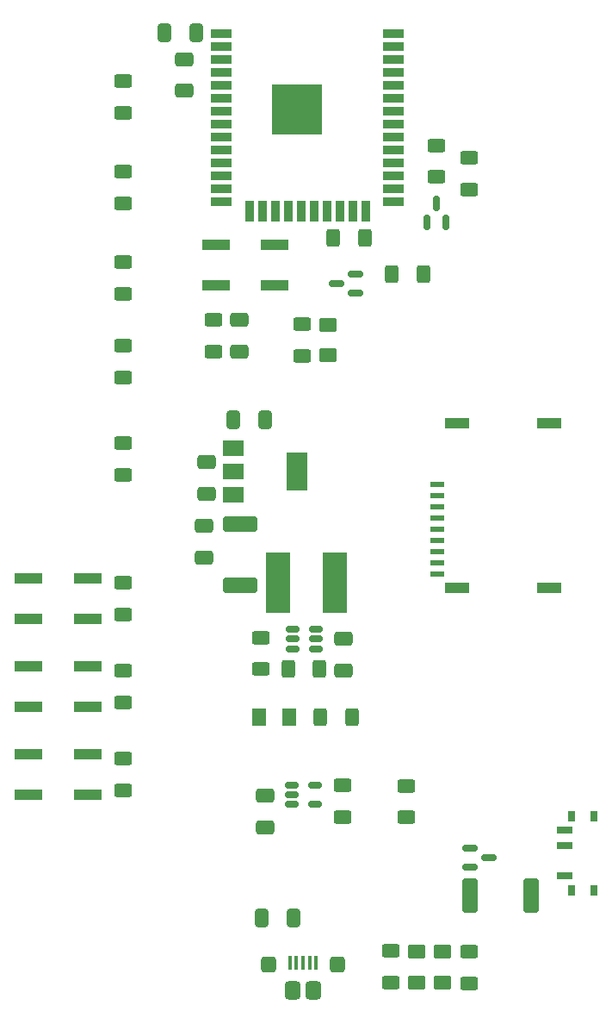
<source format=gbr>
%TF.GenerationSoftware,KiCad,Pcbnew,(6.0.7)*%
%TF.CreationDate,2023-03-03T12:59:51+05:30*%
%TF.ProjectId,ESP32-dev-board,45535033-322d-4646-9576-2d626f617264,rev?*%
%TF.SameCoordinates,Original*%
%TF.FileFunction,Paste,Top*%
%TF.FilePolarity,Positive*%
%FSLAX46Y46*%
G04 Gerber Fmt 4.6, Leading zero omitted, Abs format (unit mm)*
G04 Created by KiCad (PCBNEW (6.0.7)) date 2023-03-03 12:59:51*
%MOMM*%
%LPD*%
G01*
G04 APERTURE LIST*
G04 Aperture macros list*
%AMRoundRect*
0 Rectangle with rounded corners*
0 $1 Rounding radius*
0 $2 $3 $4 $5 $6 $7 $8 $9 X,Y pos of 4 corners*
0 Add a 4 corners polygon primitive as box body*
4,1,4,$2,$3,$4,$5,$6,$7,$8,$9,$2,$3,0*
0 Add four circle primitives for the rounded corners*
1,1,$1+$1,$2,$3*
1,1,$1+$1,$4,$5*
1,1,$1+$1,$6,$7*
1,1,$1+$1,$8,$9*
0 Add four rect primitives between the rounded corners*
20,1,$1+$1,$2,$3,$4,$5,0*
20,1,$1+$1,$4,$5,$6,$7,0*
20,1,$1+$1,$6,$7,$8,$9,0*
20,1,$1+$1,$8,$9,$2,$3,0*%
G04 Aperture macros list end*
%ADD10R,2.000000X0.900000*%
%ADD11R,0.900000X2.000000*%
%ADD12R,5.000000X5.000000*%
%ADD13R,2.800000X1.000000*%
%ADD14R,2.450000X5.900000*%
%ADD15RoundRect,0.150000X0.150000X-0.587500X0.150000X0.587500X-0.150000X0.587500X-0.150000X-0.587500X0*%
%ADD16RoundRect,0.249999X-1.425001X0.512501X-1.425001X-0.512501X1.425001X-0.512501X1.425001X0.512501X0*%
%ADD17R,1.400000X0.620000*%
%ADD18R,2.400000X1.100000*%
%ADD19RoundRect,0.250000X0.625000X-0.400000X0.625000X0.400000X-0.625000X0.400000X-0.625000X-0.400000X0*%
%ADD20RoundRect,0.250000X0.400000X0.625000X-0.400000X0.625000X-0.400000X-0.625000X0.400000X-0.625000X0*%
%ADD21RoundRect,0.249999X0.512501X1.425001X-0.512501X1.425001X-0.512501X-1.425001X0.512501X-1.425001X0*%
%ADD22RoundRect,0.250000X-0.650000X0.412500X-0.650000X-0.412500X0.650000X-0.412500X0.650000X0.412500X0*%
%ADD23RoundRect,0.250000X-0.625000X0.400000X-0.625000X-0.400000X0.625000X-0.400000X0.625000X0.400000X0*%
%ADD24RoundRect,0.250000X0.412500X0.650000X-0.412500X0.650000X-0.412500X-0.650000X0.412500X-0.650000X0*%
%ADD25RoundRect,0.250000X0.650000X-0.412500X0.650000X0.412500X-0.650000X0.412500X-0.650000X-0.412500X0*%
%ADD26RoundRect,0.150000X0.587500X0.150000X-0.587500X0.150000X-0.587500X-0.150000X0.587500X-0.150000X0*%
%ADD27RoundRect,0.250001X0.624999X-0.462499X0.624999X0.462499X-0.624999X0.462499X-0.624999X-0.462499X0*%
%ADD28RoundRect,0.150000X-0.587500X-0.150000X0.587500X-0.150000X0.587500X0.150000X-0.587500X0.150000X0*%
%ADD29RoundRect,0.250000X-0.400000X-0.625000X0.400000X-0.625000X0.400000X0.625000X-0.400000X0.625000X0*%
%ADD30RoundRect,0.150000X-0.512500X-0.150000X0.512500X-0.150000X0.512500X0.150000X-0.512500X0.150000X0*%
%ADD31R,0.800000X1.000000*%
%ADD32R,1.500000X0.700000*%
%ADD33RoundRect,0.100000X0.100000X0.575000X-0.100000X0.575000X-0.100000X-0.575000X0.100000X-0.575000X0*%
%ADD34RoundRect,0.400000X0.400000X0.500000X-0.400000X0.500000X-0.400000X-0.500000X0.400000X-0.500000X0*%
%ADD35RoundRect,0.375000X0.375000X0.425000X-0.375000X0.425000X-0.375000X-0.425000X0.375000X-0.425000X0*%
%ADD36RoundRect,0.250001X0.462499X0.624999X-0.462499X0.624999X-0.462499X-0.624999X0.462499X-0.624999X0*%
%ADD37R,2.000000X1.500000*%
%ADD38R,2.000000X3.800000*%
G04 APERTURE END LIST*
D10*
%TO.C,U2*%
X96640000Y-47110000D03*
X96640000Y-48380000D03*
X96640000Y-49650000D03*
X96640000Y-50920000D03*
X96640000Y-52190000D03*
X96640000Y-53460000D03*
X96640000Y-54730000D03*
X96640000Y-56000000D03*
X96640000Y-57270000D03*
X96640000Y-58540000D03*
X96640000Y-59810000D03*
X96640000Y-61080000D03*
X96640000Y-62350000D03*
X96640000Y-63620000D03*
D11*
X99425000Y-64620000D03*
X100695000Y-64620000D03*
X101965000Y-64620000D03*
X103235000Y-64620000D03*
X104505000Y-64620000D03*
X105775000Y-64620000D03*
X107045000Y-64620000D03*
X108315000Y-64620000D03*
X109585000Y-64620000D03*
X110855000Y-64620000D03*
D10*
X113640000Y-63620000D03*
X113640000Y-62350000D03*
X113640000Y-61080000D03*
X113640000Y-59810000D03*
X113640000Y-58540000D03*
X113640000Y-57270000D03*
X113640000Y-56000000D03*
X113640000Y-54730000D03*
X113640000Y-53460000D03*
X113640000Y-52190000D03*
X113640000Y-50920000D03*
X113640000Y-49650000D03*
X113640000Y-48380000D03*
X113640000Y-47110000D03*
D12*
X104140000Y-54610000D03*
%TD*%
D13*
%TO.C,SW2*%
X83545000Y-109252000D03*
X77745000Y-109252000D03*
X83545000Y-113252000D03*
X77745000Y-113252000D03*
%TD*%
D14*
%TO.C,L1*%
X107839848Y-101092000D03*
X102289848Y-101092000D03*
%TD*%
D15*
%TO.C,Q3*%
X116890000Y-65657500D03*
X118790000Y-65657500D03*
X117840000Y-63782500D03*
%TD*%
D16*
%TO.C,D6*%
X98552000Y-95319615D03*
X98552000Y-101294615D03*
%TD*%
D17*
%TO.C,J10*%
X117888000Y-91420000D03*
X117888000Y-92520000D03*
X117888000Y-93620000D03*
X117888000Y-94720000D03*
X117888000Y-95820000D03*
X117888000Y-96920000D03*
X117888000Y-98020000D03*
X117888000Y-99120000D03*
X117888000Y-100220000D03*
D18*
X119888000Y-85450000D03*
X128888000Y-101600000D03*
X119888000Y-101600000D03*
X128888000Y-85450000D03*
%TD*%
D19*
%TO.C,R12*%
X113376156Y-140330251D03*
X113376156Y-137230251D03*
%TD*%
D20*
%TO.C,R17*%
X106334430Y-109545032D03*
X103234430Y-109545032D03*
%TD*%
D19*
%TO.C,R13*%
X121081204Y-140409758D03*
X121081204Y-137309758D03*
%TD*%
D21*
%TO.C,D5*%
X127137085Y-131797543D03*
X121162085Y-131797543D03*
%TD*%
D22*
%TO.C,C9*%
X94996000Y-95465500D03*
X94996000Y-98590500D03*
%TD*%
D23*
%TO.C,R4*%
X86995000Y-60680000D03*
X86995000Y-63780000D03*
%TD*%
D24*
%TO.C,C2*%
X100956507Y-85090000D03*
X97831507Y-85090000D03*
%TD*%
%TO.C,C5*%
X94210700Y-47076897D03*
X91085700Y-47076897D03*
%TD*%
D19*
%TO.C,R21*%
X121015000Y-62460000D03*
X121015000Y-59360000D03*
%TD*%
D23*
%TO.C,R1*%
X86995000Y-51790000D03*
X86995000Y-54890000D03*
%TD*%
D25*
%TO.C,C4*%
X100965000Y-125133500D03*
X100965000Y-122008500D03*
%TD*%
D23*
%TO.C,R3*%
X86995000Y-77825000D03*
X86995000Y-80925000D03*
%TD*%
%TO.C,R7*%
X86995000Y-69570000D03*
X86995000Y-72670000D03*
%TD*%
D26*
%TO.C,Q2*%
X109887500Y-72655000D03*
X109887500Y-70755000D03*
X108012500Y-71705000D03*
%TD*%
D27*
%TO.C,D3*%
X118456156Y-140322924D03*
X118456156Y-137347924D03*
%TD*%
D28*
%TO.C,Q1*%
X121145328Y-127116219D03*
X121145328Y-129016219D03*
X123020328Y-128066219D03*
%TD*%
D13*
%TO.C,SW5*%
X96160000Y-67850000D03*
X101960000Y-67850000D03*
X96160000Y-71850000D03*
X101960000Y-71850000D03*
%TD*%
D29*
%TO.C,R14*%
X106400000Y-114300000D03*
X109500000Y-114300000D03*
%TD*%
D23*
%TO.C,R8*%
X86995000Y-118338000D03*
X86995000Y-121438000D03*
%TD*%
D13*
%TO.C,SW1*%
X83545000Y-100630000D03*
X77745000Y-100630000D03*
X77745000Y-104630000D03*
X83545000Y-104630000D03*
%TD*%
D19*
%TO.C,R9*%
X104648000Y-78766000D03*
X104648000Y-75666000D03*
%TD*%
D24*
%TO.C,C3*%
X103797500Y-133985000D03*
X100672500Y-133985000D03*
%TD*%
D19*
%TO.C,R11*%
X108585000Y-124105000D03*
X108585000Y-121005000D03*
%TD*%
D13*
%TO.C,SW3*%
X83545000Y-117888000D03*
X77745000Y-117888000D03*
X83545000Y-121888000D03*
X77745000Y-121888000D03*
%TD*%
D30*
%TO.C,U4*%
X103675369Y-105657189D03*
X103675369Y-106607189D03*
X103675369Y-107557189D03*
X105950369Y-107557189D03*
X105950369Y-106607189D03*
X105950369Y-105657189D03*
%TD*%
D22*
%TO.C,C7*%
X93040149Y-49643759D03*
X93040149Y-52768759D03*
%TD*%
D30*
%TO.C,U3*%
X103637500Y-120970000D03*
X103637500Y-121920000D03*
X103637500Y-122870000D03*
X105912500Y-122870000D03*
X105912500Y-120970000D03*
%TD*%
D31*
%TO.C,SW4*%
X131103829Y-123985000D03*
X133313829Y-131285000D03*
X131103829Y-131285000D03*
X133313829Y-123985000D03*
D32*
X130453829Y-129885000D03*
X130453829Y-126885000D03*
X130453829Y-125385000D03*
%TD*%
D19*
%TO.C,R19*%
X117852898Y-61221105D03*
X117852898Y-58121105D03*
%TD*%
%TO.C,R10*%
X114906211Y-124143350D03*
X114906211Y-121043350D03*
%TD*%
D33*
%TO.C,J8*%
X103411436Y-138449761D03*
X104061436Y-138449761D03*
X104711436Y-138449761D03*
X105361436Y-138449761D03*
X106011436Y-138449761D03*
D34*
X105761436Y-141124761D03*
X103661436Y-141124761D03*
D35*
X101311436Y-138574761D03*
X108111436Y-138574761D03*
%TD*%
D23*
%TO.C,R15*%
X95885000Y-75285000D03*
X95885000Y-78385000D03*
%TD*%
D29*
%TO.C,R20*%
X113435940Y-70741007D03*
X116535940Y-70741007D03*
%TD*%
D23*
%TO.C,R2*%
X86995000Y-101080000D03*
X86995000Y-104180000D03*
%TD*%
D36*
%TO.C,D4*%
X103335257Y-114272592D03*
X100360257Y-114272592D03*
%TD*%
D19*
%TO.C,R16*%
X100563943Y-109556537D03*
X100563943Y-106456537D03*
%TD*%
D22*
%TO.C,C8*%
X108712000Y-106600973D03*
X108712000Y-109725973D03*
%TD*%
D37*
%TO.C,U1*%
X97815000Y-87870000D03*
X97815000Y-90170000D03*
D38*
X104115000Y-90170000D03*
D37*
X97815000Y-92470000D03*
%TD*%
D23*
%TO.C,R6*%
X86995000Y-109702000D03*
X86995000Y-112802000D03*
%TD*%
D27*
%TO.C,D2*%
X115916156Y-140322924D03*
X115916156Y-137347924D03*
%TD*%
D29*
%TO.C,R18*%
X107705990Y-67200319D03*
X110805990Y-67200319D03*
%TD*%
D25*
%TO.C,C1*%
X95250000Y-92367500D03*
X95250000Y-89242500D03*
%TD*%
D27*
%TO.C,D1*%
X107188000Y-78703500D03*
X107188000Y-75728500D03*
%TD*%
D23*
%TO.C,R5*%
X86995000Y-87350000D03*
X86995000Y-90450000D03*
%TD*%
D22*
%TO.C,C6*%
X98425000Y-75272500D03*
X98425000Y-78397500D03*
%TD*%
M02*

</source>
